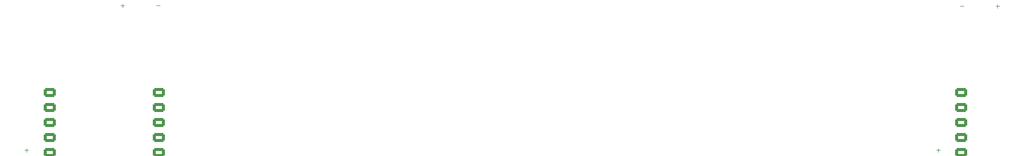
<source format=gto>
G04 #@! TF.GenerationSoftware,KiCad,Pcbnew,9.0.0*
G04 #@! TF.CreationDate,2025-03-17T20:43:48+03:00*
G04 #@! TF.ProjectId,NIOKR,4e494f4b-522e-46b6-9963-61645f706362,rev?*
G04 #@! TF.SameCoordinates,Original*
G04 #@! TF.FileFunction,Legend,Top*
G04 #@! TF.FilePolarity,Positive*
%FSLAX46Y46*%
G04 Gerber Fmt 4.6, Leading zero omitted, Abs format (unit mm)*
G04 Created by KiCad (PCBNEW 9.0.0) date 2025-03-17 20:43:48*
%MOMM*%
%LPD*%
G01*
G04 APERTURE LIST*
G04 Aperture macros list*
%AMRoundRect*
0 Rectangle with rounded corners*
0 $1 Rounding radius*
0 $2 $3 $4 $5 $6 $7 $8 $9 X,Y pos of 4 corners*
0 Add a 4 corners polygon primitive as box body*
4,1,4,$2,$3,$4,$5,$6,$7,$8,$9,$2,$3,0*
0 Add four circle primitives for the rounded corners*
1,1,$1+$1,$2,$3*
1,1,$1+$1,$4,$5*
1,1,$1+$1,$6,$7*
1,1,$1+$1,$8,$9*
0 Add four rect primitives between the rounded corners*
20,1,$1+$1,$2,$3,$4,$5,0*
20,1,$1+$1,$4,$5,$6,$7,0*
20,1,$1+$1,$6,$7,$8,$9,0*
20,1,$1+$1,$8,$9,$2,$3,0*%
G04 Aperture macros list end*
%ADD10C,0.100000*%
%ADD11C,1.900000*%
%ADD12C,3.000000*%
%ADD13C,5.100000*%
%ADD14C,0.600000*%
%ADD15RoundRect,0.250000X-0.750000X-0.525000X0.750000X-0.525000X0.750000X0.525000X-0.750000X0.525000X0*%
%ADD16C,2.540000*%
%ADD17C,0.900000*%
%ADD18RoundRect,0.175000X0.348375X-0.122004X0.293623X0.223687X-0.348375X0.122004X-0.293623X-0.223687X0*%
%ADD19RoundRect,0.250000X-1.096733X-0.426822X1.174950X-0.067022X1.096733X0.426822X-1.174950X0.067022X0*%
%ADD20RoundRect,0.175000X-0.293623X0.223687X-0.348375X-0.122004X0.293623X-0.223687X0.348375X0.122004X0*%
%ADD21RoundRect,0.250000X1.174950X0.067022X-1.096733X0.426822X-1.174950X-0.067022X1.096733X-0.426822X0*%
G04 APERTURE END LIST*
D10*
X139506238Y-150639933D02*
X140115762Y-150639933D01*
X280884238Y-150730933D02*
X281493762Y-150730933D01*
X281189000Y-151035695D02*
X281189000Y-150426171D01*
X117326238Y-175123833D02*
X117935762Y-175123833D01*
X117631000Y-175428595D02*
X117631000Y-174819071D01*
X270884238Y-175123833D02*
X271493762Y-175123833D01*
X271189000Y-175428595D02*
X271189000Y-174819071D01*
X133506238Y-150639933D02*
X134115762Y-150639933D01*
X133811000Y-150944695D02*
X133811000Y-150335171D01*
X274884238Y-150730933D02*
X275493762Y-150730933D01*
%LPC*%
D11*
G04 #@! TO.C,R-S20*
X214734614Y-177421290D03*
D12*
X216556313Y-181891347D03*
X219243937Y-170733539D03*
D13*
X220166900Y-176560900D03*
D12*
X223634388Y-181833378D03*
X224526534Y-172124281D03*
D11*
X225599186Y-175700510D03*
G04 #@! TD*
G04 #@! TO.C,R-S19*
X234500000Y-175000000D03*
D12*
X235600000Y-179700000D03*
X240000000Y-169100000D03*
D13*
X240000000Y-175000000D03*
D12*
X242600000Y-180750000D03*
X245000000Y-171300000D03*
D11*
X245500000Y-175000000D03*
G04 #@! TD*
G04 #@! TO.C,R-S18*
X253000000Y-175000000D03*
D12*
X254100000Y-179700000D03*
X258500000Y-169100000D03*
D13*
X258500000Y-175000000D03*
D12*
X261100000Y-180750000D03*
X263500000Y-171300000D03*
D11*
X264000000Y-175000000D03*
G04 #@! TD*
G04 #@! TO.C,R-S17*
X234500000Y-150000000D03*
D12*
X235600000Y-154700000D03*
X240000000Y-144100000D03*
D13*
X240000000Y-150000000D03*
D12*
X242600000Y-155750000D03*
X245000000Y-146300000D03*
D11*
X245500000Y-150000000D03*
G04 #@! TD*
G04 #@! TO.C,R-S16*
X253000000Y-150000000D03*
D12*
X254100000Y-154700000D03*
X258500000Y-144100000D03*
D13*
X258500000Y-150000000D03*
D12*
X261100000Y-155750000D03*
X263500000Y-146300000D03*
D11*
X264000000Y-150000000D03*
G04 #@! TD*
G04 #@! TO.C,R-S15*
X271742538Y-136642952D03*
D12*
X272595051Y-141394081D03*
X277543782Y-131038886D03*
D13*
X277235000Y-136930800D03*
D12*
X279530505Y-142808993D03*
X282421791Y-133497551D03*
D11*
X282727462Y-137218648D03*
G04 #@! TD*
G04 #@! TO.C,R-S14*
X289985930Y-143187593D03*
D12*
X290588620Y-147976828D03*
X296072518Y-137894821D03*
D13*
X295455800Y-143762500D03*
D12*
X297440518Y-149752775D03*
X300815165Y-140605411D03*
D11*
X300925670Y-144337407D03*
G04 #@! TD*
G04 #@! TO.C,R-S13*
X306175114Y-160481110D03*
D12*
X306526329Y-165295324D03*
X312530363Y-155514139D03*
D13*
X311607400Y-161341500D03*
D12*
X313275892Y-167427438D03*
X317124649Y-158469225D03*
D11*
X317039686Y-162201890D03*
G04 #@! TD*
G04 #@! TO.C,R-S12*
X324447314Y-163375110D03*
D12*
X324798529Y-168189324D03*
X330802563Y-158408139D03*
D13*
X329879600Y-164235500D03*
D12*
X331548092Y-170321438D03*
X335396849Y-161363225D03*
D11*
X335311886Y-165095890D03*
G04 #@! TD*
G04 #@! TO.C,R-S11*
X234500000Y-131500000D03*
D12*
X235600000Y-136200000D03*
X240000000Y-125600000D03*
D13*
X240000000Y-131500000D03*
D12*
X242600000Y-137250000D03*
X245000000Y-127800000D03*
D11*
X245500000Y-131500000D03*
G04 #@! TD*
G04 #@! TO.C,R-S10*
X253000000Y-131500000D03*
D12*
X254100000Y-136200000D03*
X258500000Y-125600000D03*
D13*
X258500000Y-131500000D03*
D12*
X261100000Y-137250000D03*
X263500000Y-127800000D03*
D11*
X264000000Y-131500000D03*
G04 #@! TD*
G04 #@! TO.C,R-S9*
X272710738Y-118168352D03*
D12*
X273563251Y-122919481D03*
X278511982Y-112564286D03*
D13*
X278203200Y-118456200D03*
D12*
X280498705Y-124334393D03*
X283389991Y-115022951D03*
D11*
X283695662Y-118744048D03*
G04 #@! TD*
G04 #@! TO.C,R-S8*
X291919730Y-124788993D03*
D12*
X292522420Y-129578228D03*
X298006318Y-119496221D03*
D13*
X297389600Y-125363900D03*
D12*
X299374318Y-131354175D03*
X302748965Y-122206811D03*
D11*
X302859470Y-125938807D03*
G04 #@! TD*
G04 #@! TO.C,R-S7*
X309069114Y-142208910D03*
D12*
X309420329Y-147023124D03*
X315424363Y-137241939D03*
D13*
X314501400Y-143069300D03*
D12*
X316169892Y-149155238D03*
X320018649Y-140197025D03*
D11*
X319933686Y-143929690D03*
G04 #@! TD*
G04 #@! TO.C,R-S6*
X327341414Y-145102910D03*
D12*
X327692629Y-149917124D03*
X333696663Y-140135939D03*
D13*
X332773700Y-145963300D03*
D12*
X334442192Y-152049238D03*
X338290949Y-143091025D03*
D11*
X338205986Y-146823690D03*
G04 #@! TD*
G04 #@! TO.C,R-S5*
X234500000Y-113000000D03*
D12*
X235600000Y-117700000D03*
X240000000Y-107100000D03*
D13*
X240000000Y-113000000D03*
D12*
X242600000Y-118750000D03*
X245000000Y-109300000D03*
D11*
X245500000Y-113000000D03*
G04 #@! TD*
G04 #@! TO.C,R-S4*
X253000000Y-113000000D03*
D12*
X254100000Y-117700000D03*
X258500000Y-107100000D03*
D13*
X258500000Y-113000000D03*
D12*
X261100000Y-118750000D03*
X263500000Y-109300000D03*
D11*
X264000000Y-113000000D03*
G04 #@! TD*
G04 #@! TO.C,R-S3*
X273678938Y-99693652D03*
D12*
X274531451Y-104444781D03*
X279480182Y-94089586D03*
D13*
X279171400Y-99981500D03*
D12*
X281466905Y-105859693D03*
X284358191Y-96548251D03*
D11*
X284663862Y-100269348D03*
G04 #@! TD*
G04 #@! TO.C,R-S2*
X293853430Y-106390293D03*
D12*
X294456120Y-111179528D03*
X299940018Y-101097521D03*
D13*
X299323300Y-106965200D03*
D12*
X301308018Y-112955475D03*
X304682665Y-103808111D03*
D11*
X304793170Y-107540107D03*
G04 #@! TD*
G04 #@! TO.C,R-S1*
X311963214Y-123936610D03*
D12*
X312314429Y-128750824D03*
X318318463Y-118969639D03*
D13*
X317395500Y-124797000D03*
D12*
X319063992Y-130882938D03*
X322912749Y-121924725D03*
D11*
X322827786Y-125657390D03*
G04 #@! TD*
G04 #@! TO.C,R-S0*
X330235414Y-126830710D03*
D12*
X330586629Y-131644924D03*
X336590663Y-121863739D03*
D13*
X335667700Y-127691100D03*
D12*
X337336192Y-133777038D03*
X341184949Y-124818825D03*
D11*
X341099986Y-128551490D03*
G04 #@! TD*
G04 #@! TO.C,L-S20*
X189400814Y-175700510D03*
D12*
X189752029Y-180514724D03*
X195756063Y-170733539D03*
D13*
X194833100Y-176560900D03*
D12*
X196501592Y-182646838D03*
X200350349Y-173688625D03*
D11*
X200265386Y-177421290D03*
G04 #@! TD*
G04 #@! TO.C,L-S19*
X169500000Y-175000000D03*
D12*
X170600000Y-179700000D03*
X175000000Y-169100000D03*
D13*
X175000000Y-175000000D03*
D12*
X177600000Y-180750000D03*
X180000000Y-171300000D03*
D11*
X180500000Y-175000000D03*
G04 #@! TD*
G04 #@! TO.C,L-S18*
X151000000Y-175000000D03*
D12*
X152100000Y-179700000D03*
X156500000Y-169100000D03*
D13*
X156500000Y-175000000D03*
D12*
X159100000Y-180750000D03*
X161500000Y-171300000D03*
D11*
X162000000Y-175000000D03*
G04 #@! TD*
G04 #@! TO.C,L-S17*
X169500000Y-150000000D03*
D12*
X170600000Y-154700000D03*
X175000000Y-144100000D03*
D13*
X175000000Y-150000000D03*
D12*
X177600000Y-155750000D03*
X180000000Y-146300000D03*
D11*
X180500000Y-150000000D03*
G04 #@! TD*
G04 #@! TO.C,L-S16*
X151000000Y-150000000D03*
D12*
X152100000Y-154700000D03*
X156500000Y-144100000D03*
D13*
X156500000Y-150000000D03*
D12*
X159100000Y-155750000D03*
X161500000Y-146300000D03*
D11*
X162000000Y-150000000D03*
G04 #@! TD*
G04 #@! TO.C,L-S15*
X132272538Y-137218648D03*
D12*
X133617009Y-141854637D03*
X137456218Y-131038886D03*
D13*
X137765000Y-136930800D03*
D12*
X140662369Y-142536846D03*
X142564505Y-132974191D03*
D11*
X143257462Y-136642952D03*
G04 #@! TD*
G04 #@! TO.C,L-S14*
X114074330Y-144337407D03*
D12*
X115659587Y-148896678D03*
X118927482Y-137894821D03*
D13*
X119544200Y-143762500D03*
D12*
X122730996Y-149209227D03*
X124130054Y-139560127D03*
D11*
X125014070Y-143187593D03*
G04 #@! TD*
G04 #@! TO.C,L-S13*
X97960314Y-162201890D03*
D12*
X99782013Y-166671947D03*
X102469637Y-155514139D03*
D13*
X103392600Y-161341500D03*
D12*
X106860088Y-166613978D03*
X107752234Y-156904881D03*
D11*
X108824886Y-160481110D03*
G04 #@! TD*
G04 #@! TO.C,L-S12*
X79688114Y-165095890D03*
D12*
X81509813Y-169565947D03*
X84197437Y-158408139D03*
D13*
X85120400Y-164235500D03*
D12*
X88587888Y-169507978D03*
X89480034Y-159798881D03*
D11*
X90552686Y-163375110D03*
G04 #@! TD*
G04 #@! TO.C,L-S11*
X169500000Y-131500000D03*
D12*
X170600000Y-136200000D03*
X175000000Y-125600000D03*
D13*
X175000000Y-131500000D03*
D12*
X177600000Y-137250000D03*
X180000000Y-127800000D03*
D11*
X180500000Y-131500000D03*
G04 #@! TD*
G04 #@! TO.C,L-S10*
X151000000Y-131500000D03*
D12*
X152100000Y-136200000D03*
X156500000Y-125600000D03*
D13*
X156500000Y-131500000D03*
D12*
X159100000Y-137250000D03*
X161500000Y-127800000D03*
D11*
X162000000Y-131500000D03*
G04 #@! TD*
G04 #@! TO.C,L-S9*
X131304338Y-118744048D03*
D12*
X132648809Y-123380037D03*
X136488018Y-112564286D03*
D13*
X136796800Y-118456200D03*
D12*
X139694169Y-124062246D03*
X141596305Y-114499591D03*
D11*
X142289262Y-118168352D03*
G04 #@! TD*
G04 #@! TO.C,L-S8*
X112140530Y-125938807D03*
D12*
X113725787Y-130498078D03*
X116993682Y-119496221D03*
D13*
X117610400Y-125363900D03*
D12*
X120797196Y-130810627D03*
X122196254Y-121161527D03*
D11*
X123080270Y-124788993D03*
G04 #@! TD*
G04 #@! TO.C,L-S7*
X95066314Y-143929690D03*
D12*
X96888013Y-148399747D03*
X99575637Y-137241939D03*
D13*
X100498600Y-143069300D03*
D12*
X103966088Y-148341778D03*
X104858234Y-138632681D03*
D11*
X105930886Y-142208910D03*
G04 #@! TD*
G04 #@! TO.C,L-S6*
X76794014Y-146823690D03*
D12*
X78615713Y-151293747D03*
X81303337Y-140135939D03*
D13*
X82226300Y-145963300D03*
D12*
X85693788Y-151235778D03*
X86585934Y-141526681D03*
D11*
X87658586Y-145102910D03*
G04 #@! TD*
G04 #@! TO.C,L-S5*
X169500000Y-113000000D03*
D12*
X170600000Y-117700000D03*
X175000000Y-107100000D03*
D13*
X175000000Y-113000000D03*
D12*
X177600000Y-118750000D03*
X180000000Y-109300000D03*
D11*
X180500000Y-113000000D03*
G04 #@! TD*
G04 #@! TO.C,L-S4*
X151000000Y-113000000D03*
D12*
X152100000Y-117700000D03*
X156500000Y-107100000D03*
D13*
X156500000Y-113000000D03*
D12*
X159100000Y-118750000D03*
X161500000Y-109300000D03*
D11*
X162000000Y-113000000D03*
G04 #@! TD*
G04 #@! TO.C,L-S3*
X130336138Y-100269348D03*
D12*
X131680609Y-104905337D03*
X135519818Y-94089586D03*
D13*
X135828600Y-99981500D03*
D12*
X138725969Y-105587546D03*
X140628105Y-96024891D03*
D11*
X141321062Y-99693652D03*
G04 #@! TD*
G04 #@! TO.C,L-S2*
X110206830Y-107540107D03*
D12*
X111792087Y-112099378D03*
X115059982Y-101097521D03*
D13*
X115676700Y-106965200D03*
D12*
X118863496Y-112411927D03*
X120262554Y-102762827D03*
D11*
X121146570Y-106390293D03*
G04 #@! TD*
G04 #@! TO.C,L-S1*
X92172214Y-125657390D03*
D12*
X93993913Y-130127447D03*
X96681537Y-118969639D03*
D13*
X97604500Y-124797000D03*
D12*
X101071988Y-130069478D03*
X101964134Y-120360381D03*
D11*
X103036786Y-123936610D03*
G04 #@! TD*
G04 #@! TO.C,L-S0*
X73900014Y-128551490D03*
D12*
X75721713Y-133021547D03*
X78409337Y-121863739D03*
D13*
X79332300Y-127691100D03*
D12*
X82799788Y-132963578D03*
X83691934Y-123254481D03*
D11*
X84764586Y-126830710D03*
G04 #@! TD*
D14*
G04 #@! TO.C,mbites3*
X230000000Y-122439400D03*
X230000000Y-123439400D03*
X230000000Y-124439400D03*
X230000000Y-125439400D03*
X230000000Y-126439400D03*
X230000000Y-127439400D03*
G04 #@! TD*
G04 #@! TO.C,mbites4*
X230000000Y-140439400D03*
X230000000Y-141439400D03*
X230000000Y-142439400D03*
X230000000Y-143439400D03*
X230000000Y-144439400D03*
X230000000Y-145439400D03*
G04 #@! TD*
G04 #@! TO.C,mbites2*
X185000000Y-140439400D03*
X185000000Y-141439400D03*
X185000000Y-142439400D03*
X185000000Y-143439400D03*
X185000000Y-144439400D03*
X185000000Y-145439400D03*
G04 #@! TD*
G04 #@! TO.C,mbites1*
X185000000Y-122439400D03*
X185000000Y-123439400D03*
X185000000Y-124439400D03*
X185000000Y-125439400D03*
X185000000Y-126439400D03*
X185000000Y-127439400D03*
G04 #@! TD*
D15*
G04 #@! TO.C,U1*
X121521000Y-180633700D03*
X121521000Y-178093700D03*
X121521000Y-175553700D03*
X121521000Y-173013700D03*
X121521000Y-170473700D03*
X121521000Y-167933700D03*
X121521000Y-165393700D03*
X139921000Y-180633700D03*
X139921000Y-178093700D03*
X139921000Y-175553700D03*
X139921000Y-173013700D03*
X139921000Y-170473700D03*
X139921000Y-167933700D03*
X139921000Y-165393700D03*
G04 #@! TD*
G04 #@! TO.C,U2*
X275079000Y-180633700D03*
X275079000Y-178093700D03*
X275079000Y-175553700D03*
X275079000Y-173013700D03*
X275079000Y-170473700D03*
X275079000Y-167933700D03*
X275079000Y-165393700D03*
X293479000Y-180633700D03*
X293479000Y-178093700D03*
X293479000Y-175553700D03*
X293479000Y-173013700D03*
X293479000Y-170473700D03*
X293479000Y-167933700D03*
X293479000Y-165393700D03*
G04 #@! TD*
D16*
G04 #@! TO.C,L-GND1*
X139811000Y-148529800D03*
G04 #@! TD*
G04 #@! TO.C,R-BAT+1*
X281189000Y-148620800D03*
G04 #@! TD*
G04 #@! TO.C,L-BAT+2*
X117631000Y-173013700D03*
G04 #@! TD*
G04 #@! TO.C,R-BAT+2*
X271189000Y-173013700D03*
G04 #@! TD*
G04 #@! TO.C,L-BAT+1*
X133811000Y-148529800D03*
G04 #@! TD*
G04 #@! TO.C,R-GND1*
X275189000Y-148620800D03*
G04 #@! TD*
D17*
G04 #@! TO.C,L-PSW1*
X80628160Y-180970977D03*
X80208241Y-178000091D03*
D18*
X81868754Y-176977742D03*
X82338058Y-179940807D03*
X82572709Y-181422340D03*
D19*
X79741851Y-175694666D03*
X80985505Y-183546789D03*
G04 #@! TD*
D17*
G04 #@! TO.C,R-PSW1*
X334284102Y-178254850D03*
X333765414Y-181210093D03*
D20*
X331870249Y-181669277D03*
X332339552Y-178706212D03*
X332574204Y-177224680D03*
D21*
X333496562Y-183546804D03*
X334740216Y-175694682D03*
G04 #@! TD*
%LPD*%
M02*

</source>
